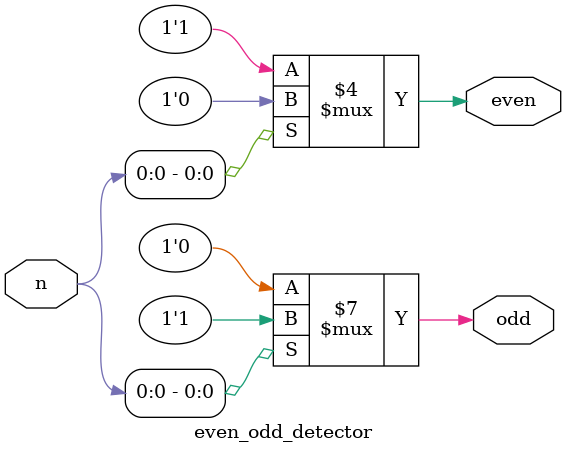
<source format=v>
module even_odd_detector(
input [3:0] n,
output reg even,
output reg odd
);
always @(*) begin 
    if( n[0] == 1'b1) begin 
          odd = 1'b1;
          even = 1'b0;
    end
    else begin 
          odd = 1'b0;
          even = 1'b1;
     end
end
endmodule

</source>
